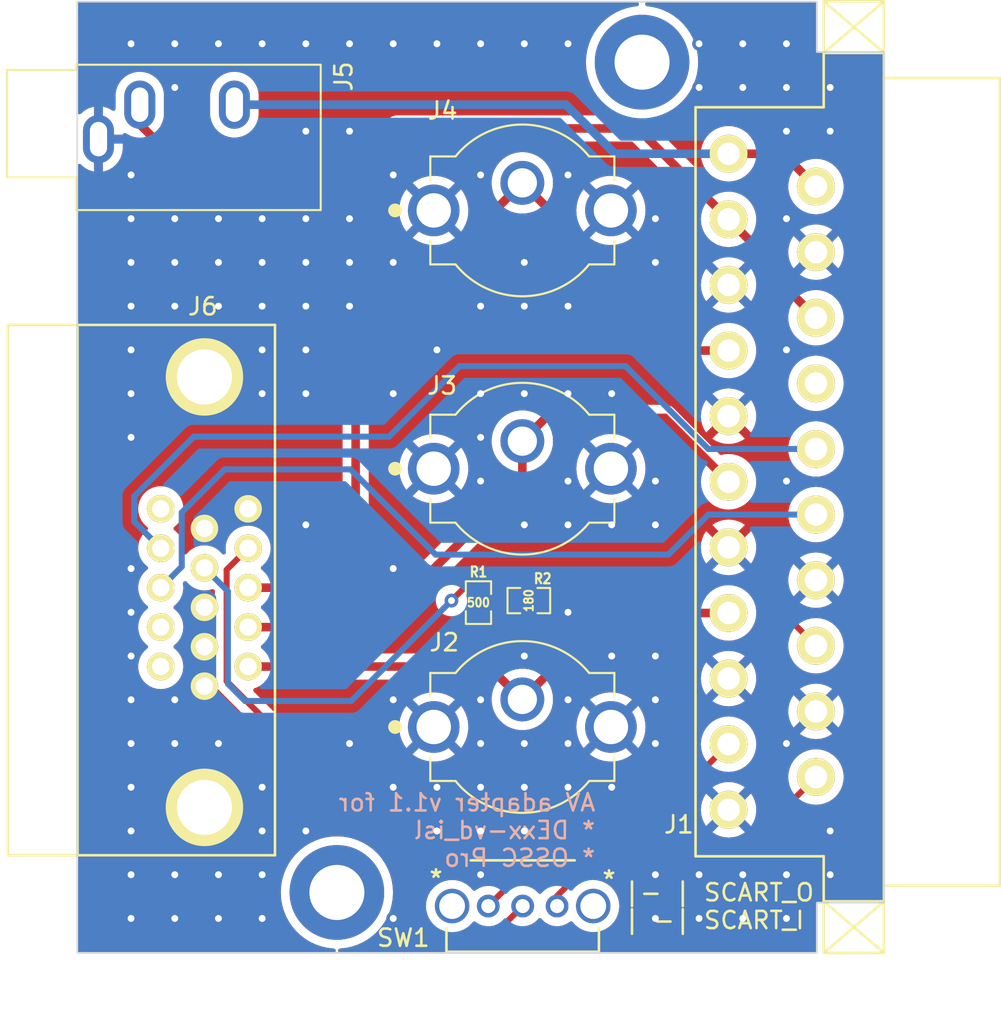
<source format=kicad_pcb>
(kicad_pcb (version 20221018) (generator pcbnew)
  (layers (0 "F.Cu" signal) (31 "B.Cu" signal) (34 "B.Paste" user) (35 "F.Paste" user) (36 "B.SilkS" user "B.Silkscreen") (37 "F.SilkS" user "F.Silkscreen") (38 "B.Mask" user) (39 "F.Mask" user) (44 "Edge.Cuts" user))
  (net 0 "")
  (net 1 "/AV_AR")
  (net 2 "GND")
  (net 4 "/AV_RGB_STATUS")
  (net 5 "/AV_R")
  (net 6 "/AV_S")
  (net 7 "/AV_HS")
  (net 8 "/AV_G")
  (net 9 "/AV_VS")
  (net 10 "/AV_S_OUT")
  (net 11 "/AV_B")
  (net 12 "/AV_AL")
  (net 13 "/AV_S_SEL")
  (net 17 "/DDC_5V")
  (footprint "custom_components:CUI_RCJ-022" (layer "F.Cu") (at 51.18 40.2)
    (fp_text reference "J3" (at -4.66 -4.82) (layer "F.SilkS") (effects (font (size 1.000386 1.000386))))
    (fp_text value "Y")
    (fp_line (start -5.35 -3.135) (end -5.35 -1.765) (stroke (width 0.127)) (layer "F.SilkS"))
    (fp_line (start -5.35 1.765) (end -5.35 3.135) (stroke (width 0.127)) (layer "F.SilkS"))
    (fp_line (start -3.884 -3.135) (end -5.35 -3.135) (stroke (width 0.127)) (layer "F.SilkS"))
    (fp_line (start -3.884 3.135) (end -5.35 3.135) (stroke (width 0.127)) (layer "F.SilkS"))
    (fp_line (start 5.35 -3.135) (end 3.884 -3.135) (stroke (width 0.127)) (layer "F.SilkS"))
    (fp_line (start 5.35 -3.135) (end 5.35 -1.765) (stroke (width 0.127)) (layer "F.SilkS"))
    (fp_line (start 5.35 1.765) (end 5.35 3.135) (stroke (width 0.127)) (layer "F.SilkS"))
    (fp_line (start 5.35 3.135) (end 3.884 3.135) (stroke (width 0.127)) (layer "F.SilkS"))
    (fp_arc (start -3.884 -3.135) (mid 0 -4.986221) (end 3.884 -3.135) (stroke (width 0.127)) (layer "F.SilkS"))
    (fp_arc (start 3.884 3.135) (mid 0 4.986221) (end -3.884 3.135) (stroke (width 0.127)) (layer "F.SilkS"))
    (fp_circle (center -7.4 0) (end -7.2 0) (stroke (width 0.4)) (fill none) (layer "F.SilkS"))
    (pad "1" thru_hole circle (at 0 -1.6) (size 2.55 2.55) (drill 1.7) (layers "*.Cu" "*.Mask") (net 8 "/AV_G"))
    (pad "2" thru_hole circle (at -5.15 0) (size 3 3) (drill 2) (layers "*.Cu" "*.Mask") (net 2 "GND"))
    (pad "2" thru_hole circle (at 5.15 0) (size 3 3) (drill 2) (layers "*.Cu" "*.Mask") (net 2 "GND"))
  )
  (footprint "custom_components:CUI_RCJ-022" (layer "F.Cu") (at 51.18 25.2)
    (fp_text reference "J4" (at -4.63 -5.79) (layer "F.SilkS") (effects (font (size 1.000386 1.000386))))
    (fp_text value "Pb")
    (fp_line (start -5.35 -3.135) (end -5.35 -1.765) (stroke (width 0.127)) (layer "F.SilkS"))
    (fp_line (start -5.35 1.765) (end -5.35 3.135) (stroke (width 0.127)) (layer "F.SilkS"))
    (fp_line (start -3.884 -3.135) (end -5.35 -3.135) (stroke (width 0.127)) (layer "F.SilkS"))
    (fp_line (start -3.884 3.135) (end -5.35 3.135) (stroke (width 0.127)) (layer "F.SilkS"))
    (fp_line (start 5.35 -3.135) (end 3.884 -3.135) (stroke (width 0.127)) (layer "F.SilkS"))
    (fp_line (start 5.35 -3.135) (end 5.35 -1.765) (stroke (width 0.127)) (layer "F.SilkS"))
    (fp_line (start 5.35 1.765) (end 5.35 3.135) (stroke (width 0.127)) (layer "F.SilkS"))
    (fp_line (start 5.35 3.135) (end 3.884 3.135) (stroke (width 0.127)) (layer "F.SilkS"))
    (fp_arc (start -3.884 -3.135) (mid 0 -4.986221) (end 3.884 -3.135) (stroke (width 0.127)) (layer "F.SilkS"))
    (fp_arc (start 3.884 3.135) (mid 0 4.986221) (end -3.884 3.135) (stroke (width 0.127)) (layer "F.SilkS"))
    (fp_circle (center -7.4 0) (end -7.2 0) (stroke (width 0.4)) (fill none) (layer "F.SilkS"))
    (pad "1" thru_hole circle (at 0 -1.6) (size 2.55 2.55) (drill 1.7) (layers "*.Cu" "*.Mask") (net 11 "/AV_B"))
    (pad "2" thru_hole circle (at -5.15 0) (size 3 3) (drill 2) (layers "*.Cu" "*.Mask") (net 2 "GND"))
    (pad "2" thru_hole circle (at 5.15 0) (size 3 3) (drill 2) (layers "*.Cu" "*.Mask") (net 2 "GND"))
  )
  (footprint "MountingHole:MountingHole_3.2mm_M3_ISO14580_Pad" (layer "F.Cu") (at 58.14 16.59)
    (fp_text reference "MH2" hide)
    (fp_text value "MountingHole")
    (pad "1" thru_hole circle (at 0 0) (size 5.5 5.5) (drill 3.2) (layers "*.Cu" "*.Mask"))
  )
  (footprint "custom_components:SM0603_Resistor_libcms" (layer "F.Cu") (at 51.558 47.86 180)
    (fp_text reference "R2" (at -0.802 1.27 180) (layer "F.SilkS") (effects (font (size 0.5842 0.508) (thickness 0.127))))
    (fp_text value "180" (at 0 0 90) (layer "F.SilkS") (effects (font (size 0.508 0.4572) (thickness 0.1143))))
    (fp_line (start -1.23952 0.7366) (end -1.23952 -0.7366) (stroke (width 0.11938)) (layer "F.SilkS"))
    (fp_line (start -1.19888 -0.73406) (end -0.50038 -0.73406) (stroke (width 0.11938)) (layer "F.SilkS"))
    (fp_line (start -0.50038 0.73406) (end -1.19888 0.73406) (stroke (width 0.11938)) (layer "F.SilkS"))
    (fp_line (start 0.50038 -0.73406) (end 1.19888 -0.73406) (stroke (width 0.11938)) (layer "F.SilkS"))
    (fp_line (start 0.50038 0.73406) (end 1.19888 0.73406) (stroke (width 0.11938)) (layer "F.SilkS"))
    (fp_line (start 1.23952 -0.7366) (end 1.23952 0.7366) (stroke (width 0.11938)) (layer "F.SilkS"))
    (pad "1" smd rect (at -0.762 0 180) (size 0.635 1.143) (layers "F.Cu" "F.Paste" "F.Mask") (net 4 "/AV_RGB_STATUS"))
    (pad "2" smd rect (at 0.762 0 180) (size 0.635 1.143) (layers "F.Cu" "F.Paste" "F.Mask") (net 17 "/DDC_5V"))
  )
  (footprint "custom_components:VGA_CONN" (layer "F.Cu") (at 32.7 48.25 -90)
    (fp_text reference "J6" (at -17.47 0.095) (layer "F.SilkS"))
    (fp_text value "DB15_Female_HighDensity")
    (fp_line (start -16.4 11.43) (end -16.4 -4.1) (stroke (width 0.15)) (layer "F.SilkS"))
    (fp_line (start 14.4 -4.1) (end -16.4 -4.1) (stroke (width 0.15)) (layer "F.SilkS"))
    (fp_line (start 14.4 -4.1) (end 14.4 11.43) (stroke (width 0.15)) (layer "F.SilkS"))
    (fp_line (start 14.4 7.38) (end -16.4 7.38) (stroke (width 0.15)) (layer "F.SilkS"))
    (fp_line (start 14.4 11.43) (end -16.4 11.43) (stroke (width 0.15)) (layer "F.SilkS"))
    (pad "1" thru_hole circle (at 3.44 -2.54 270) (size 1.6 1.6) (drill 1) (layers "*.Cu" "*.Mask" "F.SilkS") (net 5 "/AV_R"))
    (pad "2" thru_hole circle (at 1.15 -2.54 270) (size 1.6 1.6) (drill 1) (layers "*.Cu" "*.Mask" "F.SilkS") (net 8 "/AV_G"))
    (pad "3" thru_hole circle (at -1.14 -2.54 270) (size 1.6 1.6) (drill 1) (layers "*.Cu" "*.Mask" "F.SilkS") (net 11 "/AV_B"))
    (pad "4" thru_hole circle (at -3.43 -2.54 270) (size 1.6 1.6) (drill 1) (layers "*.Cu" "*.Mask" "F.SilkS") (net 13 "/AV_S_SEL"))
    (pad "5" thru_hole circle (at -5.72 -2.54 270) (size 1.6 1.6) (drill 1) (layers "*.Cu" "*.Mask" "F.SilkS") (net 2 "GND"))
    (pad "6" thru_hole circle (at 4.58 0 270) (size 1.6 1.6) (drill 1) (layers "*.Cu" "*.Mask" "F.SilkS") (net 2 "GND"))
    (pad "7" thru_hole circle (at 2.29 0 270) (size 1.6 1.6) (drill 1) (layers "*.Cu" "*.Mask" "F.SilkS") (net 2 "GND"))
    (pad "8" thru_hole circle (at 0 0 270) (size 1.6 1.6) (drill 1) (layers "*.Cu" "*.Mask" "F.SilkS") (net 2 "GND"))
    (pad "9" thru_hole circle (at -2.29 0 270) (size 1.6 1.6) (drill 1) (layers "*.Cu" "*.Mask" "F.SilkS") (net 17 "/DDC_5V"))
    (pad "10" thru_hole circle (at -13.38 0 270) (size 4.5 4.5) (drill 3.2) (layers "*.Cu" "*.Mask" "F.SilkS") (net 2 "GND"))
    (pad "10" thru_hole circle (at -4.58 0 270) (size 1.6 1.6) (drill 1) (layers "*.Cu" "*.Mask" "F.SilkS") (net 2 "GND"))
    (pad "10" thru_hole circle (at 11.62 0 270) (size 4.5 4.5) (drill 3.2) (layers "*.Cu" "*.Mask" "F.SilkS") (net 2 "GND"))
    (pad "11" thru_hole circle (at 3.44 2.54 270) (size 1.6 1.6) (drill 1) (layers "*.Cu" "*.Mask" "F.SilkS"))
    (pad "12" thru_hole circle (at 1.15 2.54 270) (size 1.6 1.6) (drill 1) (layers "*.Cu" "*.Mask" "F.SilkS"))
    (pad "13" thru_hole circle (at -1.14 2.54 270) (size 1.6 1.6) (drill 1) (layers "*.Cu" "*.Mask" "F.SilkS") (net 7 "/AV_HS"))
    (pad "14" thru_hole circle (at -3.43 2.54 270) (size 1.6 1.6) (drill 1) (layers "*.Cu" "*.Mask" "F.SilkS") (net 9 "/AV_VS"))
    (pad "15" thru_hole circle (at -5.72 2.54 270) (size 1.6 1.6) (drill 1) (layers "*.Cu" "*.Mask" "F.SilkS"))
  )
  (footprint "custom_components:CUI_RCJ-022" (layer "F.Cu") (at 51.18 55.2)
    (fp_text reference "J2" (at -4.54 -4.91) (layer "F.SilkS") (effects (font (size 1.000386 1.000386))))
    (fp_text value "Pr")
    (fp_line (start -5.35 -3.135) (end -5.35 -1.765) (stroke (width 0.127)) (layer "F.SilkS"))
    (fp_line (start -5.35 1.765) (end -5.35 3.135) (stroke (width 0.127)) (layer "F.SilkS"))
    (fp_line (start -3.884 -3.135) (end -5.35 -3.135) (stroke (width 0.127)) (layer "F.SilkS"))
    (fp_line (start -3.884 3.135) (end -5.35 3.135) (stroke (width 0.127)) (layer "F.SilkS"))
    (fp_line (start 5.35 -3.135) (end 3.884 -3.135) (stroke (width 0.127)) (layer "F.SilkS"))
    (fp_line (start 5.35 -3.135) (end 5.35 -1.765) (stroke (width 0.127)) (layer "F.SilkS"))
    (fp_line (start 5.35 1.765) (end 5.35 3.135) (stroke (width 0.127)) (layer "F.SilkS"))
    (fp_line (start 5.35 3.135) (end 3.884 3.135) (stroke (width 0.127)) (layer "F.SilkS"))
    (fp_arc (start -3.884 -3.135) (mid 0 -4.986221) (end 3.884 -3.135) (stroke (width 0.127)) (layer "F.SilkS"))
    (fp_arc (start 3.884 3.135) (mid 0 4.986221) (end -3.884 3.135) (stroke (width 0.127)) (layer "F.SilkS"))
    (fp_circle (center -7.4 0) (end -7.2 0) (stroke (width 0.4)) (fill none) (layer "F.SilkS"))
    (pad "1" thru_hole circle (at 0 -1.6) (size 2.55 2.55) (drill 1.7) (layers "*.Cu" "*.Mask") (net 5 "/AV_R"))
    (pad "2" thru_hole circle (at -5.15 0) (size 3 3) (drill 2) (layers "*.Cu" "*.Mask") (net 2 "GND"))
    (pad "2" thru_hole circle (at 5.15 0) (size 3 3) (drill 2) (layers "*.Cu" "*.Mask") (net 2 "GND"))
  )
  (footprint "custom_components:SWITCH_11MA1QS1" (layer "F.Cu") (at 49.2 65.6)
    (fp_text reference "SW1" (at -4.94 1.85 unlocked) (layer "F.SilkS"))
    (fp_text value "SW_SPDT")
    (fp_text user "*" (at 7.02 -1.53) (layer "F.SilkS"))
    (fp_text user "*" (at -3.04 -1.59 unlocked) (layer "F.SilkS"))
    (fp_line (start -2.432299 1.294593) (end -2.432299 2.6542) (stroke (width 0.1524)) (layer "F.SilkS"))
    (fp_line (start -2.432299 2.6542) (end 6.432301 2.6542) (stroke (width 0.1524)) (layer "F.SilkS"))
    (fp_line (start 0.605251 -2.6544) (end -1.022745 -2.6544) (stroke (width 0.1524)) (layer "F.SilkS"))
    (fp_line (start 2.605252 -2.6544) (end 0.605251 -2.6544) (stroke (width 0.1524)) (layer "F.SilkS"))
    (fp_line (start 4.605253 -2.6544) (end 2.605252 -2.6544) (stroke (width 0.1524)) (layer "F.SilkS"))
    (fp_line (start 5.022748 -2.6544) (end 4.605253 -2.6544) (stroke (width 0.1524)) (layer "F.SilkS"))
    (fp_line (start 6.432301 2.6542) (end 6.432301 1.294593) (stroke (width 0.1524)) (layer "F.SilkS"))
    (pad "1" thru_hole circle (at 0 0) (size 1.3208 1.3208) (drill 0.8128) (layers "*.Cu" "*.Mask") (net 10 "/AV_S_OUT"))
    (pad "2" thru_hole circle (at 2.000001 0) (size 1.3208 1.3208) (drill 0.8128) (layers "*.Cu" "*.Mask") (net 13 "/AV_S_SEL"))
    (pad "3" thru_hole circle (at 4.000002 0) (size 1.3208 1.3208) (drill 0.8128) (layers "*.Cu" "*.Mask") (net 6 "/AV_S"))
    (pad "4" thru_hole circle (at -2.102099 0) (size 2.0066 2.0066) (drill 1.4986) (layers "*.Cu" "*.Mask"))
    (pad "5" thru_hole circle (at 6.102101 0) (size 2.0066 2.0066) (drill 1.4986) (layers "*.Cu" "*.Mask"))
  )
  (footprint "custom_components:SM0603_Resistor_libcms" (layer "F.Cu") (at 48.63 47.978 -90)
    (fp_text reference "R1" (at -1.778 0) (layer "F.SilkS") (effects (font (size 0.5842 0.508) (thickness 0.127))))
    (fp_text value "500" (at 0 0) (layer "F.SilkS") (effects (font (size 0.508 0.4572) (thickness 0.1143))))
    (fp_line (start -1.23952 0.7366) (end -1.23952 -0.7366) (stroke (width 0.11938)) (layer "F.SilkS"))
    (fp_line (start -1.19888 -0.73406) (end -0.50038 -0.73406) (stroke (width 0.11938)) (layer "F.SilkS"))
    (fp_line (start -0.50038 0.73406) (end -1.19888 0.73406) (stroke (width 0.11938)) (layer "F.SilkS"))
    (fp_line (start 0.50038 -0.73406) (end 1.19888 -0.73406) (stroke (width 0.11938)) (layer "F.SilkS"))
    (fp_line (start 0.50038 0.73406) (end 1.19888 0.73406) (stroke (width 0.11938)) (layer "F.SilkS"))
    (fp_line (start 1.23952 -0.7366) (end 1.23952 0.7366) (stroke (width 0.11938)) (layer "F.SilkS"))
    (pad "1" smd rect (at -0.762 0 270) (size 0.635 1.143) (layers "F.Cu" "F.Paste" "F.Mask") (net 17 "/DDC_5V"))
    (pad "2" smd rect (at 0.762 0 270) (size 0.635 1.143) (layers "F.Cu" "F.Paste" "F.Mask") (net 2 "GND"))
  )
  (footprint "custom_components:SCART_CONN" (layer "F.Cu") (at 68.25 23.815 90)
    (fp_text reference "J1" (at -37.055 -7.97) (layer "F.SilkS"))
    (fp_text value "SCART-F")
    (fp_line (start -44.51 3.95) (end -44.51 0.45) (stroke (width 0.15)) (layer "F.SilkS"))
    (fp_line (start -44.49928 0.45974) (end -41.52748 3.93954) (stroke (width 0.15)) (layer "F.SilkS"))
    (fp_line (start -44.49166 3.94208) (end -41.52494 0.47498) (stroke (width 0.15)) (layer "F.SilkS"))
    (fp_line (start -41.51 3.95) (end -41.51 0.45) (stroke (width 0.15)) (layer "F.SilkS"))
    (fp_line (start -40.6 10.7) (end -40.6 3.95) (stroke (width 0.15)) (layer "F.SilkS"))
    (fp_line (start -38.895 -7) (end 4.605 -7) (stroke (width 0.15)) (layer "F.SilkS"))
    (fp_line (start -38.895 0.45) (end -44.51 0.45) (stroke (width 0.15)) (layer "F.SilkS"))
    (fp_line (start -38.895 0.45) (end -38.895 -7) (stroke (width 0.15)) (layer "F.SilkS"))
    (fp_line (start 4.605 -7) (end 4.605 0.45) (stroke (width 0.15)) (layer "F.SilkS"))
    (fp_line (start 4.605 0.45) (end 10.76 0.45) (stroke (width 0.15)) (layer "F.SilkS"))
    (fp_line (start 6.3 10.7) (end -40.6 10.7) (stroke (width 0.15)) (layer "F.SilkS"))
    (fp_line (start 6.3 10.7) (end 6.3 3.95) (stroke (width 0.15)) (layer "F.SilkS"))
    (fp_line (start 7.7597 0.45212) (end 10.74674 3.94462) (stroke (width 0.15)) (layer "F.SilkS"))
    (fp_line (start 7.76 0.45) (end 7.76 3.95) (stroke (width 0.15)) (layer "F.SilkS"))
    (fp_line (start 7.76732 3.95732) (end 10.7569 0.45466) (stroke (width 0.15)) (layer "F.SilkS"))
    (fp_line (start 10.76 0.45) (end 10.76 3.95) (stroke (width 0.15)) (layer "F.SilkS"))
    (fp_line (start 10.76 3.95) (end -44.51 3.95) (stroke (width 0.15)) (layer "F.SilkS"))
    (pad "1" thru_hole circle (at 1.905 -5.08 90) (size 2.2 2.2) (drill 1.3) (layers "*.Cu" "*.Mask" "F.SilkS") (net 1 "/AV_AR"))
    (pad "2" thru_hole circle (at 0 0 90) (size 2.2 2.2) (drill 1.3) (layers "*.Cu" "*.Mask" "F.SilkS") (net 1 "/AV_AR"))
    (pad "3" thru_hole circle (at -1.905 -5.08 90) (size 2.2 2.2) (drill 1.3) (layers "*.Cu" "*.Mask" "F.SilkS") (net 12 "/AV_AL"))
    (pad "4" thru_hole circle (at -3.81 0 90) (size 2.2 2.2) (drill 1.3) (layers "*.Cu" "*.Mask" "F.SilkS") (net 2 "GND"))
    (pad "5" thru_hole circle (at -5.715 -5.08 90) (size 2.2 2.2) (drill 1.3) (layers "*.Cu" "*.Mask" "F.SilkS") (net 2 "GND"))
    (pad "6" thru_hole circle (at -7.62 0 90) (size 2.2 2.2) (drill 1.3) (layers "*.Cu" "*.Mask" "F.SilkS") (net 12 "/AV_AL"))
    (pad "7" thru_hole circle (at -9.525 -5.08 90) (size 2.2 2.2) (drill 1.3) (layers "*.Cu" "*.Mask" "F.SilkS") (net 11 "/AV_B"))
    (pad "8" thru_hole circle (at -11.43 0 90) (size 2.2 2.2) (drill 1.3) (layers "*.Cu" "*.Mask" "F.SilkS"))
    (pad "9" thru_hole circle (at -13.335 -5.08 90) (size 2.2 2.2) (drill 1.3) (layers "*.Cu" "*.Mask" "F.SilkS") (net 2 "GND"))
    (pad "10" thru_hole circle (at -15.24 0 90) (size 2.2 2.2) (drill 1.3) (layers "*.Cu" "*.Mask" "F.SilkS") (net 9 "/AV_VS"))
    (pad "11" thru_hole circle (at -17.145 -5.08 90) (size 2.2 2.2) (drill 1.3) (layers "*.Cu" "*.Mask" "F.SilkS") (net 8 "/AV_G"))
    (pad "12" thru_hole circle (at -19.05 0 90) (size 2.2 2.2) (drill 1.3) (layers "*.Cu" "*.Mask" "F.SilkS") (net 7 "/AV_HS"))
    (pad "13" thru_hole circle (at -20.955 -5.08 90) (size 2.2 2.2) (drill 1.3) (layers "*.Cu" "*.Mask" "F.SilkS") (net 2 "GND"))
    (pad "14" thru_hole circle (at -22.86 0 90) (size 2.2 2.2) (drill 1.3) (layers "*.Cu" "*.Mask" "F.SilkS") (net 2 "GND"))
    (pad "15" thru_hole circle (at -24.765 -5.08 90) (size 2.2 2.2) (drill 1.3) (layers "*.Cu" "*.Mask" "F.SilkS") (net 5 "/AV_R"))
    (pad "16" thru_hole circle (at -26.67 0 90) (size 2.2 2.2) (drill 1.3) (layers "*.Cu" "*.Mask" "F.SilkS") (net 4 "/AV_RGB_STATUS"))
    (pad "17" thru_hole circle (at -28.575 -5.08 90) (size 2.2 2.2) (drill 1.3) (layers "*.Cu" "*.Mask" "F.SilkS") (net 2 "GND"))
    (pad "18" thru_hole circle (at -30.48 0 90) (size 2.2 2.2) (drill 1.3) (layers "*.Cu" "*.Mask" "F.SilkS") (net 2 "GND"))
    (pad "19" thru_hole circle (at -32.385 -5.08 90) (size 2.2 2.2) (drill 1.3) (layers "*.Cu" "*.Mask" "F.SilkS") (net 10 "/AV_S_OUT"))
    (pad "20" thru_hole circle (at -34.29 0 90) (size 2.2 2.2) (drill 1.3) (layers "*.Cu" "*.Mask" "F.SilkS") (net 6 "/AV_S"))
    (pad "21" thru_hole circle (at -36.195 -5.08 90) (size 2.2 2.2) (drill 1.3) (layers "*.Cu" "*.Mask" "F.SilkS") (net 2 "GND"))
  )
  (footprint "Connector_Audio:Jack_3.5mm_CUI_SJ1-3533NG_Horizontal" (layer "F.Cu") (at 26.54 21.06 90)
    (fp_text reference "J5" (at 3.64 14.25 90) (layer "F.SilkS"))
    (fp_text value "AudioJack3")
    (fp_line (start -4.12 -1.32) (end -2.22 -1.32) (stroke (width 0.12)) (layer "F.SilkS"))
    (fp_line (start -4.12 12.92) (end -4.12 -1.32) (stroke (width 0.12)) (layer "F.SilkS"))
    (fp_line (start -2.22 -5.32) (end 4.02 -5.32) (stroke (width 0.12)) (layer "F.SilkS"))
    (fp_line (start -2.22 -1.32) (end -2.22 -5.32) (stroke (width 0.12)) (layer "F.SilkS"))
    (fp_line (start 4.02 -5.32) (end 4.02 -1.32) (stroke (width 0.12)) (layer "F.SilkS"))
    (fp_line (start 4.02 -1.32) (end 4.32 -1.32) (stroke (width 0.12)) (layer "F.SilkS"))
    (fp_line (start 4.32 -1.32) (end 4.32 12.92) (stroke (width 0.12)) (layer "F.SilkS"))
    (fp_line (start 4.32 12.92) (end -4.12 12.92) (stroke (width 0.12)) (layer "F.SilkS"))
    (pad "R" thru_hole oval (at 2 7.9 90) (size 2.8 1.8) (drill oval 2 1) (layers "*.Cu" "*.Mask") (net 1 "/AV_AR"))
    (pad "S" thru_hole oval (at 0 0 90) (size 2.8 1.8) (drill oval 2 1) (layers "*.Cu" "*.Mask") (net 2 "GND"))
    (pad "T" thru_hole oval (at 2 2.4 90) (size 2.8 1.8) (drill oval 2 1) (layers "*.Cu" "*.Mask") (net 12 "/AV_AL"))
  )
  (footprint "MountingHole:MountingHole_3.2mm_M3_ISO14580_Pad" (layer "F.Cu") (at 40.4 64.81)
    (fp_text reference "MH1" hide)
    (fp_text value "MountingHole")
    (pad "1" thru_hole circle (at 0 0) (size 5.5 5.5) (drill 3.2) (layers "*.Cu" "*.Mask"))
  )
  (gr_poly (pts (xy 25.31 13.08) (xy 68.3 13.08) (xy 68.3 16) (xy 72.21 16) (xy 72.21 65.4) (xy 68.3 65.4) (xy 68.3 68.32) (xy 25.31 68.32)) (stroke (width 0.1)) (fill none) (layer "Edge.Cuts"))
  (gr_text "AV adapter v1.1 for\n* DExx-vd_isl\n* OSSC Pro" (at 55.51 61.2) (layer "B.SilkS") (effects (font (size 1 1)) (justify left mirror)))
  (gr_text "|- | SCART_O\n| -| SCART_I" (at 56.98 67.01) (layer "F.SilkS") (effects (font (size 1 1)) (justify left bottom)))
  (segment (start 63.17 21.91) (end 66.345 21.91) (width 0.5) (layer "F.Cu") (net 1))
  (segment (start 66.345 21.91) (end 68.25 23.815) (width 0.5) (layer "F.Cu") (net 1))
  (segment (start 53.72 19.06) (end 34.44 19.06) (width 0.5) (layer "B.Cu") (net 1))
  (segment (start 63.17 21.91) (end 56.57 21.91) (width 0.5) (layer "B.Cu") (net 1))
  (segment (start 56.57 21.91) (end 53.72 19.06) (width 0.5) (layer "B.Cu") (net 1))
  (via (at 36.055 61.24) (size 0.8) (drill 0.4) (layers "F.Cu" "B.Cu") (net 2))
  (via (at 33.515 56.16) (size 0.8) (drill 0.4) (layers "F.Cu" "B.Cu") (net 2))
  (via (at 28.435 53.62) (size 0.8) (drill 0.4) (layers "F.Cu" "B.Cu") (net 2))
  (via (at 48.755 56.16) (size 0.8) (drill 0.4) (layers "F.Cu" "B.Cu") (net 2))
  (via (at 46.215 33.3) (size 0.8) (drill 0.4) (layers "F.Cu" "B.Cu") (net 2))
  (via (at 66.535 66.32) (size 0.8) (drill 0.4) (layers "F.Cu" "B.Cu") (net 2))
  (via (at 28.435 23.14) (size 0.8) (drill 0.4) (layers "F.Cu" "B.Cu") (net 2))
  (via (at 53.835 56.16) (size 0.8) (drill 0.4) (layers "F.Cu" "B.Cu") (net 2))
  (via (at 28.435 56.16) (size 0.8) (drill 0.4) (layers "F.Cu" "B.Cu") (net 2))
  (via (at 28.435 48.54) (size 0.8) (drill 0.4) (layers "F.Cu" "B.Cu") (net 2))
  (via (at 30.975 30.76) (size 0.8) (drill 0.4) (layers "F.Cu" "B.Cu") (net 2))
  (via (at 28.435 30.76) (size 0.8) (drill 0.4) (layers "F.Cu" "B.Cu") (net 2))
  (via (at 56.375 35.84) (size 0.8) (drill 0.4) (layers "F.Cu" "B.Cu") (net 2))
  (via (at 33.515 63.78) (size 0.8) (drill 0.4) (layers "F.Cu" "B.Cu") (net 2))
  (via (at 58.915 43.46) (size 0.8) (drill 0.4) (layers "F.Cu" "B.Cu") (net 2))
  (via (at 33.515 30.76) (size 0.8) (drill 0.4) (layers "F.Cu" "B.Cu") (net 2))
  (via (at 43.675 58.7) (size 0.8) (drill 0.4) (layers "F.Cu" "B.Cu") (net 2))
  (via (at 38.595 15.52) (size 0.8) (drill 0.4) (layers "F.Cu" "B.Cu") (net 2))
  (via (at 63.995 66.32) (size 0.8) (drill 0.4) (layers "F.Cu" "B.Cu") (net 2))
  (via (at 36.055 33.3) (size 0.8) (drill 0.4) (layers "F.Cu" "B.Cu") (net 2))
  (via (at 66.535 63.78) (size 0.8) (drill 0.4) (layers "F.Cu" "B.Cu") (net 2))
  (via (at 61.455 15.52) (size 0.8) (drill 0.4) (layers "F.Cu" "B.Cu") (net 2))
  (via (at 48.755 63.78) (size 0.8) (drill 0.4) (layers "F.Cu" "B.Cu") (net 2))
  (via (at 28.435 63.78) (size 0.8) (drill 0.4) (layers "F.Cu" "B.Cu") (net 2))
  (via (at 33.515 25.68) (size 0.8) (drill 0.4) (layers "F.Cu" "B.Cu") (net 2))
  (via (at 48.755 15.52) (size 0.8) (drill 0.4) (layers "F.Cu" "B.Cu") (net 2))
  (via (at 56.375 51.08) (size 0.8) (drill 0.4) (layers "F.Cu" "B.Cu") (net 2))
  (via (at 38.595 35.84) (size 0.8) (drill 0.4) (layers "F.Cu" "B.Cu") (net 2))
  (via (at 30.975 25.68) (size 0.8) (drill 0.4) (layers "F.Cu" "B.Cu") (net 2))
  (via (at 28.435 61.24) (size 0.8) (drill 0.4) (layers "F.Cu" "B.Cu") (net 2))
  (via (at 36.055 30.76) (size 0.8) (drill 0.4) (layers "F.Cu" "B.Cu") (net 2))
  (via (at 61.455 63.78) (size 0.8) (drill 0.4) (layers "F.Cu" "B.Cu") (net 2))
  (via (at 66.535 40.92) (size 0.8) (drill 0.4) (layers "F.Cu" "B.Cu") (net 2))
  (via (at 38.595 25.68) (size 0.8) (drill 0.4) (layers "F.Cu" "B.Cu") (net 2))
  (via (at 43.675 28.22) (size 0.8) (drill 0.4) (layers "F.Cu" "B.Cu") (net 2))
  (via (at 41.135 20.6) (size 0.8) (drill 0.4) (layers "F.Cu" "B.Cu") (net 2))
  (via (at 66.535 33.3) (size 0.8) (drill 0.4) (layers "F.Cu" "B.Cu") (net 2))
  (via (at 58.915 40.92) (size 0.8) (drill 0.4) (layers "F.Cu" "B.Cu") (net 2))
  (via (at 53.835 23.14) (size 0.8) (drill 0.4) (layers "F.Cu" "B.Cu") (net 2))
  (via (at 51.295 43.46) (size 0.8) (drill 0.4) (layers "F.Cu" "B.Cu") (net 2))
  (via (at 61.455 66.32) (size 0.8) (drill 0.4) (layers "F.Cu" "B.Cu") (net 2))
  (via (at 69.075 18.06) (size 0.8) (drill 0.4) (layers "F.Cu" "B.Cu") (net 2))
  (via (at 63.995 63.78) (size 0.8) (drill 0.4) (layers "F.Cu" "B.Cu") (net 2))
  (via (at 30.975 63.78) (size 0.8) (drill 0.4) (layers "F.Cu" "B.Cu") (net 2))
  (via (at 28.435 15.52) (size 0.8) (drill 0.4) (layers "F.Cu" "B.Cu") (net 2))
  (via (at 41.135 30.76) (size 0.8) (drill 0.4) (layers "F.Cu" "B.Cu") (net 2))
  (via (at 36.055 25.68) (size 0.8) (drill 0.4) (layers "F.Cu" "B.Cu") (net 2))
  (via (at 28.435 51.08) (size 0.8) (drill 0.4) (layers "F.Cu" "B.Cu") (net 2))
  (via (at 36.055 63.78) (size 0.8) (drill 0.4) (layers "F.Cu" "B.Cu") (net 2))
  (via (at 56.375 58.7) (size 0.8) (drill 0.4) (layers "F.Cu" "B.Cu") (net 2))
  (via (at 36.055 58.7) (size 0.8) (drill 0.4) (layers "F.Cu" "B.Cu") (net 2))
  (via (at 28.435 38.38) (size 0.8) (drill 0.4) (layers "F.Cu" "B.Cu") (net 2))
  (via (at 66.535 18.06) (size 0.8) (drill 0.4) (layers "F.Cu" "B.Cu") (net 2))
  (via (at 41.135 56.16) (size 0.8) (drill 0.4) (layers "F.Cu" "B.Cu") (net 2))
  (via (at 43.675 66.32) (size 0.8) (drill 0.4) (layers "F.Cu" "B.Cu") (net 2))
  (via (at 38.595 61.24) (size 0.8) (drill 0.4) (layers "F.Cu" "B.Cu") (net 2))
  (via (at 48.755 58.7) (size 0.8) (drill 0.4) (layers "F.Cu" "B.Cu") (net 2))
  (via (at 30.975 66.32) (size 0.8) (drill 0.4) (layers "F.Cu" "B.Cu") (net 2))
  (via (at 28.435 46) (size 0.8) (drill 0.4) (layers "F.Cu" "B.Cu") (net 2))
  (via (at 58.915 66.32) (size 0.8) (drill 0.4) (layers "F.Cu" "B.Cu") (net 2))
  (via (at 43.675 35.84) (size 0.8) (drill 0.4) (layers "F.Cu" "B.Cu") (net 2))
  (via (at 53.835 40.92) (size 0.8) (drill 0.4) (layers "F.Cu" "B.Cu") (net 2))
  (via (at 53.835 35.84) (size 0.8) (drill 0.4) (layers "F.Cu" "B.Cu") (net 2))
  (via (at 51.295 28.22) (size 0.8) (drill 0.4) (layers "F.Cu" "B.Cu") (net 2))
  (via (at 51.295 61.24) (size 0.8) (drill 0.4) (layers "F.Cu" "B.Cu") (net 2))
  (via (at 58.915 51.08) (size 0.8) (drill 0.4) (layers "F.Cu" "B.Cu") (net 2))
  (via (at 30.975 28.22) (size 0.8) (drill 0.4) (layers "F.Cu" "B.Cu") (net 2))
  (via (at 30.975 53.62) (size 0.8) (drill 0.4) (layers "F.Cu" "B.Cu") (net 2))
  (via (at 38.595 28.22) (size 0.8) (drill 0.4) (layers "F.Cu" "B.Cu") (net 2))
  (via (at 43.675 46) (size 0.8) (drill 0.4) (layers "F.Cu" "B.Cu") (net 2))
  (via (at 69.075 63.78) (size 0.8) (drill 0.4) (layers "F.Cu" "B.Cu") (net 2))
  (via (at 53.835 53.62) (size 0.8) (drill 0.4) (layers "F.Cu" "B.Cu") (net 2))
  (via (at 48.755 23.14) (size 0.8) (drill 0.4) (layers "F.Cu" "B.Cu") (net 2))
  (via (at 36.055 28.22) (size 0.8) (drill 0.4) (layers "F.Cu" "B.Cu") (net 2))
  (via (at 43.675 53.62) (size 0.8) (drill 0.4) (layers "F.Cu" "B.Cu") (net 2))
  (via (at 28.435 58.7) (size 0.8) (drill 0.4) (layers "F.Cu" "B.Cu") (net 2))
  (via (at 46.215 58.7) (size 0.8) (drill 0.4) (layers "F.Cu" "B.Cu") (net 2))
  (via (at 63.995 15.52) (size 0.8) (drill 0.4) (layers "F.Cu" "B.Cu") (net 2))
  (via (at 38.595 30.76) (size 0.8) (drill 0.4) (layers "F.Cu" "B.Cu") (net 2))
  (via (at 58.915 53.62) (size 0.8) (drill 0.4) (layers "F.Cu" "B.Cu") (net 2))
  (via (at 48.755 53.62) (size 0.8) (drill 0.4) (layers "F.Cu" "B.Cu") (net 2))
  (via (at 28.435 28.22) (size 0.8) (drill 0.4) (layers "F.Cu" "B.Cu") (net 2))
  (via (at 51.295 35.84) (size 0.8) (drill 0.4) (layers "F.Cu" "B.Cu") (net 2))
  (via (at 28.435 25.68) (size 0.8) (drill 0.4) (layers "F.Cu" "B.Cu") (net 2))
  (via (at 38.595 20.6) (size 0.8) (drill 0.4) (layers "F.Cu" "B.Cu") (net 2))
  (via (at 66.535 25.68) (size 0.8) (drill 0.4) (layers "F.Cu" "B.Cu") (net 2))
  (via (at 66.535 20.6) (size 0.8) (drill 0.4) (layers "F.Cu" "B.Cu") (net 2))
  (via (at 51.295 58.7) (size 0.8) (drill 0.4) (layers "F.Cu" "B.Cu") (net 2))
  (via (at 28.435 33.3) (size 0.8) (drill 0.4) (layers "F.Cu" "B.Cu") (net 2))
  (via (at 41.135 15.52) (size 0.8) (drill 0.4) (layers "F.Cu" "B.Cu") (net 2))
  (via (at 38.595 43.46) (size 0.8) (drill 0.4) (layers "F.Cu" "B.Cu") (net 2))
  (via (at 41.135 28.22) (size 0.8) (drill 0.4) (layers "F.Cu" "B.Cu") (net 2))
  (via (at 30.975 15.52) (size 0.8) (drill 0.4) (layers "F.Cu" "B.Cu") (net 2))
  (via (at 48.755 38.38) (size 0.8) (drill 0.4) (layers "F.Cu" "B.Cu") (net 2))
  (via (at 58.915 28.22) (size 0.8) (drill 0.4) (layers "F.Cu" "B.Cu") (net 2))
  (via (at 43.675 23.14) (size 0.8) (drill 0.4) (layers "F.Cu" "B.Cu") (net 2))
  (via (at 36.055 15.52) (size 0.8) (drill 0.4) (layers "F.Cu" "B.Cu") (net 2))
  (via (at 33.515 66.32) (size 0.8) (drill 0.4) (layers "F.Cu" "B.Cu") (net 2))
  (via (at 53.835 58.7) (size 0.8) (drill 0.4) (layers "F.Cu" "B.Cu") (net 2))
  (via (at 33.515 28.22) (size 0.8) (drill 0.4) (layers "F.Cu" "B.Cu") (net 2))
  (via (at 58.915 25.68) (size 0.8) (drill 0.4) (layers "F.Cu" "B.Cu") (net 2))
  (via (at 41.135 25.68) (size 0.8) (drill 0.4) (layers "F.Cu" "B.Cu") (net 2))
  (via (at 43.675 15.52) (size 0.8) (drill 0.4) (layers "F.Cu" "B.Cu") (net 2))
  (via (at 58.915 56.16) (size 0.8) (drill 0.4) (layers "F.Cu" "B.Cu") (net 2))
  (via (at 30.975 18.06) (size 0.8) (drill 0.4) (layers "F.Cu" "B.Cu") (net 2))
  (via (at 28.435 35.84) (size 0.8) (drill 0.4) (layers "F.Cu" "B.Cu") (net 2))
  (via (at 51.295 30.76) (size 0.8) (drill 0.4) (layers "F.Cu" "B.Cu") (net 2))
  (via (at 48.755 35.84) (size 0.8) (drill 0.4) (layers "F.Cu" "B.Cu") (net 2))
  (via (at 58.915 63.78) (size 0.8) (drill 0.4) (layers "F.Cu" "B.Cu") (net 2))
  (via (at 66.535 15.52) (size 0.8) (drill 0.4) (layers "F.Cu" "B.Cu") (net 2))
  (via (at 48.755 61.24) (size 0.8) (drill 0.4) (layers "F.Cu" "B.Cu") (net 2))
  (via (at 33.515 15.52) (size 0.8) (drill 0.4) (layers "F.Cu" "B.Cu") (net 2))
  (via (at 36.055 35.84) (size 0.8) (drill 0.4) (layers "F.Cu" "B.Cu") (net 2))
  (via (at 53.835 30.76) (size 0.8) (drill 0.4) (layers "F.Cu" "B.Cu") (net 2))
  (via (at 61.455 18.06) (size 0.8) (drill 0.4) (layers "F.Cu" "B.Cu") (net 2))
  (via (at 28.435 66.32) (size 0.8) (drill 0.4) (layers "F.Cu" "B.Cu") (net 2))
  (via (at 46.215 61.24) (size 0.8) (drill 0.4) (layers "F.Cu" "B.Cu") (net 2))
  (via (at 69.075 61.24) (size 0.8) (drill 0.4) (layers "F.Cu" "B.Cu") (net 2))
  (via (at 69.075 20.6) (size 0.8) (drill 0.4) (layers "F.Cu" "B.Cu") (net 2))
  (via (at 48.755 30.76) (size 0.8) (drill 0.4) (layers "F.Cu" "B.Cu") (net 2))
  (via (at 36.055 66.32) (size 0.8) (drill 0.4) (layers "F.Cu" "B.Cu") (net 2))
  (via (at 53.835 48.54) (size 0.8) (drill 0.4) (layers "F.Cu" "B.Cu") (net 2))
  (via (at 56.375 43.46) (size 0.8) (drill 0.4) (layers "F.Cu" "B.Cu") (net 2))
  (via (at 38.595 33.3) (size 0.8) (drill 0.4) (layers "F.Cu" "B.Cu") (net 2))
  (via (at 53.835 43.46) (size 0.8) (drill 0.4) (layers "F.Cu" "B.Cu") (net 2))
  (via (at 63.995 18.06) (size 0.8) (drill 0.4) (layers "F.Cu" "B.Cu") (net 2))
  (via (at 51.295 15.52) (size 0.8) (drill 0.4) (layers "F.Cu" "B.Cu") (net 2))
  (via (at 66.535 56.16) (size 0.8) (drill 0.4) (layers "F.Cu" "B.Cu") (net 2))
  (via (at 48.755 40.92) (size 0.8) (drill 0.4) (layers "F.Cu" "B.Cu") (net 2))
  (via (at 51.295 51.08) (size 0.8) (drill 0.4) (layers "F.Cu" "B.Cu") (net 2))
  (via (at 46.215 15.52) (size 0.8) (drill 0.4) (layers "F.Cu" "B.Cu") (net 2))
  (via (at 30.975 56.16) (size 0.8) (drill 0.4) (layers "F.Cu" "B.Cu") (net 2))
  (via (at 53.835 15.52) (size 0.8) (drill 0.4) (layers "F.Cu" "B.Cu") (net 2))
  (via (at 51.295 56.16) (size 0.8) (drill 0.4) (layers "F.Cu" "B.Cu") (net 2))
  (segment (start 53.39 46.79) (end 64.555 46.79) (width 0.35) (layer "F.Cu") (net 4))
  (segment (start 64.555 46.79) (end 68.25 50.485) (width 0.35) (layer "F.Cu") (net 4))
  (segment (start 52.32 47.86) (end 53.39 46.79) (width 0.35) (layer "F.Cu") (net 4))
  (segment (start 63.17 48.58) (end 56.2 48.58) (width 0.5) (layer "F.Cu") (net 5))
  (segment (start 49.24 51.69) (end 35.24 51.69) (width 0.5) (layer "F.Cu") (net 5))
  (segment (start 51.165 53.615) (end 49.24 51.69) (width 0.5) (layer "F.Cu") (net 5))
  (segment (start 56.2 48.58) (end 51.165 53.615) (width 0.5) (layer "F.Cu") (net 5))
  (segment (start 68.25 58.105) (end 63.685 62.67) (width 0.35) (layer "F.Cu") (net 6))
  (segment (start 55.54 62.67) (end 53.200002 65.009998) (width 0.35) (layer "F.Cu") (net 6))
  (segment (start 63.685 62.67) (end 55.54 62.67) (width 0.35) (layer "F.Cu") (net 6))
  (segment (start 53.200002 65.009998) (end 53.200002 65.6) (width 0.35) (layer "F.Cu") (net 6))
  (segment (start 46.14 45.19) (end 41.19 40.24) (width 0.35) (layer "B.Cu") (net 7))
  (segment (start 68.25 42.865) (end 61.995 42.865) (width 0.35) (layer "B.Cu") (net 7))
  (segment (start 33.88 40.24) (end 31.38 42.74) (width 0.35) (layer "B.Cu") (net 7))
  (segment (start 61.995 42.865) (end 59.67 45.19) (width 0.35) (layer "B.Cu") (net 7))
  (segment (start 31.38 42.74) (end 31.38 45.89) (width 0.35) (layer "B.Cu") (net 7))
  (segment (start 31.38 45.89) (end 30.16 47.11) (width 0.35) (layer "B.Cu") (net 7))
  (segment (start 41.19 40.24) (end 33.88 40.24) (width 0.35) (layer "B.Cu") (net 7))
  (segment (start 59.67 45.19) (end 46.14 45.19) (width 0.35) (layer "B.Cu") (net 7))
  (segment (start 59.46 37.25) (end 52.53 37.25) (width 0.5) (layer "F.Cu") (net 8))
  (segment (start 52.53 37.25) (end 51.18 38.6) (width 0.5) (layer "F.Cu") (net 8))
  (segment (start 63.17 40.96) (end 59.46 37.25) (width 0.5) (layer "F.Cu") (net 8))
  (segment (start 51.18 40.86) (end 42.64 49.4) (width 0.5) (layer "F.Cu") (net 8))
  (segment (start 42.64 49.4) (end 35.24 49.4) (width 0.5) (layer "F.Cu") (net 8))
  (segment (start 51.18 38.6) (end 51.18 40.86) (width 0.5) (layer "F.Cu") (net 8))
  (segment (start 61.995 39.055) (end 57.18 34.24) (width 0.35) (layer "B.Cu") (net 9))
  (segment (start 68.25 39.055) (end 61.995 39.055) (width 0.35) (layer "B.Cu") (net 9))
  (segment (start 28.62 41.8) (end 28.62 43.28) (width 0.35) (layer "B.Cu") (net 9))
  (segment (start 57.18 34.24) (end 47.53 34.24) (width 0.35) (layer "B.Cu") (net 9))
  (segment (start 47.53 34.24) (end 43.43 38.34) (width 0.35) (layer "B.Cu") (net 9))
  (segment (start 43.43 38.34) (end 32.08 38.34) (width 0.35) (layer "B.Cu") (net 9))
  (segment (start 28.62 43.28) (end 30.16 44.82) (width 0.35) (layer "B.Cu") (net 9))
  (segment (start 32.08 38.34) (end 28.62 41.8) (width 0.35) (layer "B.Cu") (net 9))
  (segment (start 53.44 61.36) (end 49.2 65.6) (width 0.35) (layer "F.Cu") (net 10))
  (segment (start 58.01 61.36) (end 53.44 61.36) (width 0.35) (layer "F.Cu") (net 10))
  (segment (start 63.17 56.2) (end 58.01 61.36) (width 0.35) (layer "F.Cu") (net 10))
  (segment (start 60.92 33.34) (end 51.18 23.6) (width 0.5) (layer "F.Cu") (net 11))
  (segment (start 41.49 33.29) (end 41.49 45.6) (width 0.5) (layer "F.Cu") (net 11))
  (segment (start 41.49 45.6) (end 39.98 47.11) (width 0.5) (layer "F.Cu") (net 11))
  (segment (start 39.98 47.11) (end 35.24 47.11) (width 0.5) (layer "F.Cu") (net 11))
  (segment (start 63.17 33.34) (end 60.92 33.34) (width 0.5) (layer "F.Cu") (net 11))
  (segment (start 51.18 23.6) (end 41.49 33.29) (width 0.5) (layer "F.Cu") (net 11))
  (segment (start 43.93 20.44) (end 42.34 22.03) (width 0.5) (layer "F.Cu") (net 12))
  (segment (start 65.68 28.865) (end 65.68 28.23) (width 0.5) (layer "F.Cu") (net 12))
  (segment (start 28.94 20.2) (end 28.94 19.06) (width 0.5) (layer "F.Cu") (net 12))
  (segment (start 63.17 25.72) (end 57.89 20.44) (width 0.5) (layer "F.Cu") (net 12))
  (segment (start 68.25 31.435) (end 65.68 28.865) (width 0.5) (layer "F.Cu") (net 12))
  (segment (start 42.34 22.03) (end 30.77 22.03) (width 0.5) (layer "F.Cu") (net 12))
  (segment (start 57.89 20.44) (end 43.93 20.44) (width 0.5) (layer "F.Cu") (net 12))
  (segment (start 65.68 28.23) (end 63.17 25.72) (width 0.5) (layer "F.Cu") (net 12))
  (segment (start 30.77 22.03) (end 28.94 20.2) (width 0.5) (layer "F.Cu") (net 12))
  (segment (start 33.99 52.54) (end 45 63.55) (width 0.35) (layer "F.Cu") (net 13))
  (segment (start 46.21 67.44) (end 49.360001 67.44) (width 0.35) (layer "F.Cu") (net 13))
  (segment (start 33.99 46.07) (end 33.99 52.54) (width 0.35) (layer "F.Cu") (net 13))
  (segment (start 45 63.55) (end 45 66.23) (width 0.35) (layer "F.Cu") (net 13))
  (segment (start 45 66.23) (end 46.21 67.44) (width 0.35) (layer "F.Cu") (net 13))
  (segment (start 35.24 44.82) (end 33.99 46.07) (width 0.35) (layer "F.Cu") (net 13))
  (segment (start 49.360001 67.44) (end 51.200001 65.6) (width 0.35) (layer "F.Cu") (net 13))
  (segment (start 50.152 47.216) (end 50.796 47.86) (width 0.35) (layer "F.Cu") (net 17))
  (segment (start 48.63 47.216) (end 50.152 47.216) (width 0.35) (layer "F.Cu") (net 17))
  (segment (start 47.73 47.19) (end 48.604 47.19) (width 0.35) (layer "F.Cu") (net 17))
  (segment (start 48.604 47.19) (end 48.63 47.216) (width 0.35) (layer "F.Cu") (net 17))
  (segment (start 47.06 47.86) (end 47.73 47.19) (width 0.35) (layer "F.Cu") (net 17))
  (via (at 47.06 47.86) (size 0.8) (drill 0.4) (layers "F.Cu" "B.Cu") (net 17))
  (segment (start 35.06 53.69) (end 41.23 53.69) (width 0.35) (layer "B.Cu") (net 17))
  (segment (start 41.23 53.69) (end 47.06 47.86) (width 0.35) (layer "B.Cu") (net 17))
  (segment (start 34.065 47.325) (end 34.065 52.695) (width 0.35) (layer "B.Cu") (net 17))
  (segment (start 32.7 45.96) (end 34.065 47.325) (width 0.35) (layer "B.Cu") (net 17))
  (segment (start 34.065 52.695) (end 35.06 53.69) (width 0.35) (layer "B.Cu") (net 17))
  (zone (net 2) (net_name "GND") (layers "F&B.Cu") (connect_pads (clearance 0.508)) (min_thickness 0.254) (fill yes (thermal_gap 0.508) (thermal_bridge_width 0.508))
    (polygon (pts (xy 72.21 68.33) (xy 25.31 68.33) (xy 25.31 13.1) (xy 72.21 13.09)))
  )
)
</source>
